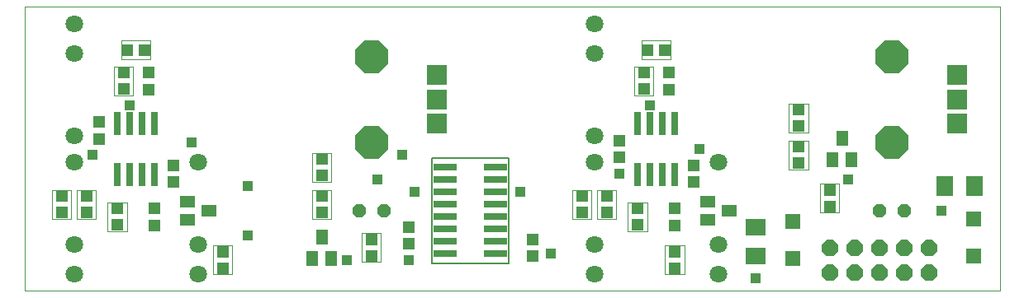
<source format=gts>
G75*
%MOIN*%
%OFA0B0*%
%FSLAX25Y25*%
%IPPOS*%
%LPD*%
%AMOC8*
5,1,8,0,0,1.08239X$1,22.5*
%
%ADD10C,0.00000*%
%ADD11R,0.04852X0.04734*%
%ADD12R,0.08474X0.06506*%
%ADD13R,0.06506X0.08474*%
%ADD14C,0.07096*%
%ADD15R,0.02962X0.09261*%
%ADD16C,0.00787*%
%ADD17R,0.09261X0.02962*%
%ADD18OC8,0.06600*%
%ADD19OC8,0.05400*%
%ADD20R,0.06112X0.04537*%
%ADD21R,0.04537X0.06112*%
%ADD22C,0.00200*%
%ADD23R,0.04931X0.04537*%
%ADD24R,0.08000X0.08000*%
%ADD25OC8,0.13261*%
%ADD26R,0.04537X0.04931*%
%ADD27R,0.06112X0.06112*%
%ADD28R,0.04362X0.04362*%
D10*
X0001000Y0027122D02*
X0001000Y0142082D01*
X0394701Y0142082D01*
X0394701Y0027122D01*
X0001000Y0027122D01*
D11*
X0053500Y0053677D03*
X0053500Y0060567D03*
X0061000Y0071177D03*
X0061000Y0078067D03*
X0031000Y0088677D03*
X0031000Y0095567D03*
X0051000Y0108677D03*
X0051000Y0115567D03*
X0156000Y0053067D03*
X0156000Y0046177D03*
X0206000Y0048067D03*
X0206000Y0041177D03*
X0263500Y0053677D03*
X0263500Y0060567D03*
X0271000Y0071177D03*
X0271000Y0078067D03*
X0241000Y0081177D03*
X0241000Y0088067D03*
X0261000Y0108677D03*
X0261000Y0115567D03*
D12*
X0296000Y0053027D03*
X0296000Y0041216D03*
D13*
X0372594Y0069622D03*
X0384406Y0069622D03*
D14*
X0281000Y0079307D03*
X0231000Y0079307D03*
X0231000Y0089937D03*
X0231000Y0123401D03*
X0231000Y0135212D03*
X0071000Y0079307D03*
X0021000Y0079307D03*
X0021000Y0089937D03*
X0021000Y0123401D03*
X0021000Y0135212D03*
X0021000Y0045842D03*
X0021000Y0034031D03*
X0071000Y0034031D03*
X0071000Y0045842D03*
X0231000Y0045842D03*
X0231000Y0034031D03*
X0281000Y0034031D03*
X0281000Y0045842D03*
D15*
X0263500Y0074386D03*
X0258500Y0074386D03*
X0253500Y0074386D03*
X0248500Y0074386D03*
X0248500Y0094858D03*
X0253500Y0094858D03*
X0258500Y0094858D03*
X0263500Y0094858D03*
X0053500Y0094858D03*
X0048500Y0094858D03*
X0043500Y0094858D03*
X0038500Y0094858D03*
X0038500Y0074386D03*
X0043500Y0074386D03*
X0048500Y0074386D03*
X0053500Y0074386D03*
D16*
X0165646Y0080862D02*
X0165646Y0038382D01*
X0196354Y0038382D01*
X0196354Y0080862D01*
X0165646Y0080862D01*
D17*
X0170764Y0077122D03*
X0170764Y0072122D03*
X0170764Y0067122D03*
X0170764Y0062122D03*
X0170764Y0057122D03*
X0170764Y0052122D03*
X0170764Y0047122D03*
X0170764Y0042122D03*
X0191236Y0042122D03*
X0191236Y0047122D03*
X0191236Y0052122D03*
X0191236Y0057122D03*
X0191236Y0062122D03*
X0191236Y0067122D03*
X0191236Y0072122D03*
X0191236Y0077122D03*
D18*
X0326000Y0044622D03*
X0336000Y0044622D03*
X0346000Y0044622D03*
X0356000Y0044622D03*
X0366000Y0044622D03*
X0366000Y0034622D03*
X0356000Y0034622D03*
X0346000Y0034622D03*
X0336000Y0034622D03*
X0326000Y0034622D03*
D19*
X0346000Y0059622D03*
X0356000Y0059622D03*
X0146000Y0059622D03*
X0136000Y0059622D03*
D20*
X0075331Y0059622D03*
X0066669Y0063362D03*
X0066669Y0055882D03*
X0276669Y0055882D03*
X0285331Y0059622D03*
X0276669Y0063362D03*
D21*
X0327260Y0080291D03*
X0334740Y0080291D03*
X0331000Y0088952D03*
X0124740Y0040291D03*
X0117260Y0040291D03*
X0121000Y0048952D03*
D22*
X0137130Y0050421D02*
X0144870Y0050421D01*
X0144870Y0038823D01*
X0137130Y0038823D01*
X0137130Y0050421D01*
X0124870Y0056323D02*
X0117130Y0056323D01*
X0117130Y0067921D01*
X0124870Y0067921D01*
X0124870Y0056323D01*
X0124870Y0071323D02*
X0117130Y0071323D01*
X0117130Y0082921D01*
X0124870Y0082921D01*
X0124870Y0071323D01*
X0084870Y0045421D02*
X0077130Y0045421D01*
X0077130Y0033823D01*
X0084870Y0033823D01*
X0084870Y0045421D01*
X0042370Y0051323D02*
X0034630Y0051323D01*
X0034630Y0062921D01*
X0042370Y0062921D01*
X0042370Y0051323D01*
X0029870Y0056323D02*
X0022130Y0056323D01*
X0022130Y0067921D01*
X0029870Y0067921D01*
X0029870Y0056323D01*
X0019870Y0056323D02*
X0012130Y0056323D01*
X0012130Y0067921D01*
X0019870Y0067921D01*
X0019870Y0056323D01*
X0037130Y0106323D02*
X0037130Y0117921D01*
X0044870Y0117921D01*
X0044870Y0106323D01*
X0037130Y0106323D01*
X0040201Y0120752D02*
X0040201Y0128492D01*
X0051799Y0128492D01*
X0051799Y0120752D01*
X0040201Y0120752D01*
X0222130Y0067921D02*
X0222130Y0056323D01*
X0229870Y0056323D01*
X0229870Y0067921D01*
X0222130Y0067921D01*
X0232130Y0067921D02*
X0239870Y0067921D01*
X0239870Y0056323D01*
X0232130Y0056323D01*
X0232130Y0067921D01*
X0244630Y0062921D02*
X0252370Y0062921D01*
X0252370Y0051323D01*
X0244630Y0051323D01*
X0244630Y0062921D01*
X0259630Y0045421D02*
X0267370Y0045421D01*
X0267370Y0033823D01*
X0259630Y0033823D01*
X0259630Y0045421D01*
X0322130Y0058823D02*
X0322130Y0070421D01*
X0329870Y0070421D01*
X0329870Y0058823D01*
X0322130Y0058823D01*
X0317370Y0076323D02*
X0309630Y0076323D01*
X0309630Y0087921D01*
X0317370Y0087921D01*
X0317370Y0076323D01*
X0317370Y0091323D02*
X0309630Y0091323D01*
X0309630Y0102921D01*
X0317370Y0102921D01*
X0317370Y0091323D01*
X0254870Y0106323D02*
X0247130Y0106323D01*
X0247130Y0117921D01*
X0254870Y0117921D01*
X0254870Y0106323D01*
X0250201Y0120752D02*
X0250201Y0128492D01*
X0261799Y0128492D01*
X0261799Y0120752D01*
X0250201Y0120752D01*
D23*
X0251000Y0115468D03*
X0251000Y0108775D03*
X0313500Y0100468D03*
X0313500Y0093775D03*
X0313500Y0085468D03*
X0313500Y0078775D03*
X0326000Y0067968D03*
X0326000Y0061275D03*
X0263500Y0042968D03*
X0263500Y0036275D03*
X0248500Y0053775D03*
X0236000Y0058775D03*
X0226000Y0058775D03*
X0226000Y0065468D03*
X0236000Y0065468D03*
X0248500Y0060468D03*
X0141000Y0047968D03*
X0141000Y0041275D03*
X0121000Y0058775D03*
X0121000Y0065468D03*
X0121000Y0073775D03*
X0121000Y0080468D03*
X0041000Y0108775D03*
X0041000Y0115468D03*
X0026000Y0065468D03*
X0016000Y0065468D03*
X0016000Y0058775D03*
X0026000Y0058775D03*
X0038500Y0060468D03*
X0038500Y0053775D03*
X0081000Y0042968D03*
X0081000Y0036275D03*
D24*
X0167378Y0094779D03*
X0167378Y0104622D03*
X0167378Y0114464D03*
X0377378Y0114464D03*
X0377378Y0104622D03*
X0377378Y0094779D03*
D25*
X0351000Y0087299D03*
X0351000Y0121945D03*
X0141000Y0121945D03*
X0141000Y0087299D03*
D26*
X0049346Y0124622D03*
X0042654Y0124622D03*
X0252654Y0124622D03*
X0259346Y0124622D03*
D27*
X0311000Y0055102D03*
X0311000Y0040141D03*
X0384000Y0041141D03*
X0384000Y0056102D03*
D28*
X0371000Y0059622D03*
X0333500Y0072122D03*
X0273500Y0084622D03*
X0241000Y0074622D03*
X0201000Y0067122D03*
X0158500Y0067122D03*
X0143500Y0072122D03*
X0153500Y0082122D03*
X0091000Y0069622D03*
X0068500Y0087122D03*
X0043500Y0102122D03*
X0028500Y0082122D03*
X0091000Y0049622D03*
X0131000Y0039622D03*
X0156000Y0039622D03*
X0213500Y0042122D03*
X0296000Y0032122D03*
X0253500Y0102122D03*
M02*

</source>
